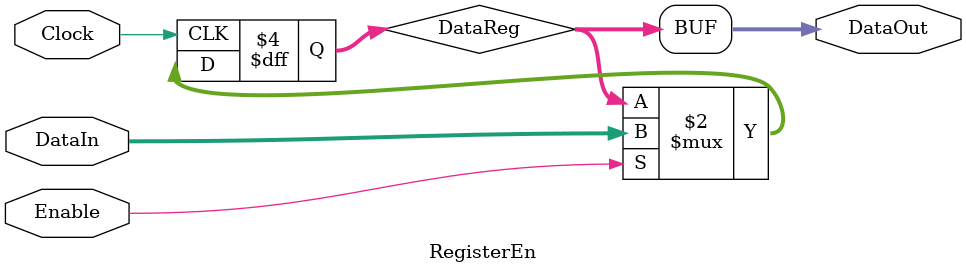
<source format=v>
/******************************************************************************/
/*  Unit Name:  RegisterEn                                                    */
/*  Created by: Kathy                                                         */
/*  Created on: 05/16/2018                                                    */
/*  Edited by:  Kathy                                                         */
/*  Edited on:  05/16/2018                                                    */
/*                                                                            */
/*  Description:                                                              */
/*      A register with enable.                                               */
/*                                                                            */
/*  Revisions:                                                                */
/*      05/16/2018  Kathy       Unit created.                                 */
/******************************************************************************/

module RegisterEn
#(parameter WID_DATA = 32)
(
  input Clock,
  input Enable,
  input [WID_DATA-1:0] DataIn,
  output [WID_DATA-1:0] DataOut
);

  assign DataOut = DataReg;

  reg [WID_DATA-1:0] DataReg;

  always @(posedge Clock)
    begin
      if(Enable)
        begin
          DataReg <= DataIn;
        end
    end
  
endmodule
</source>
